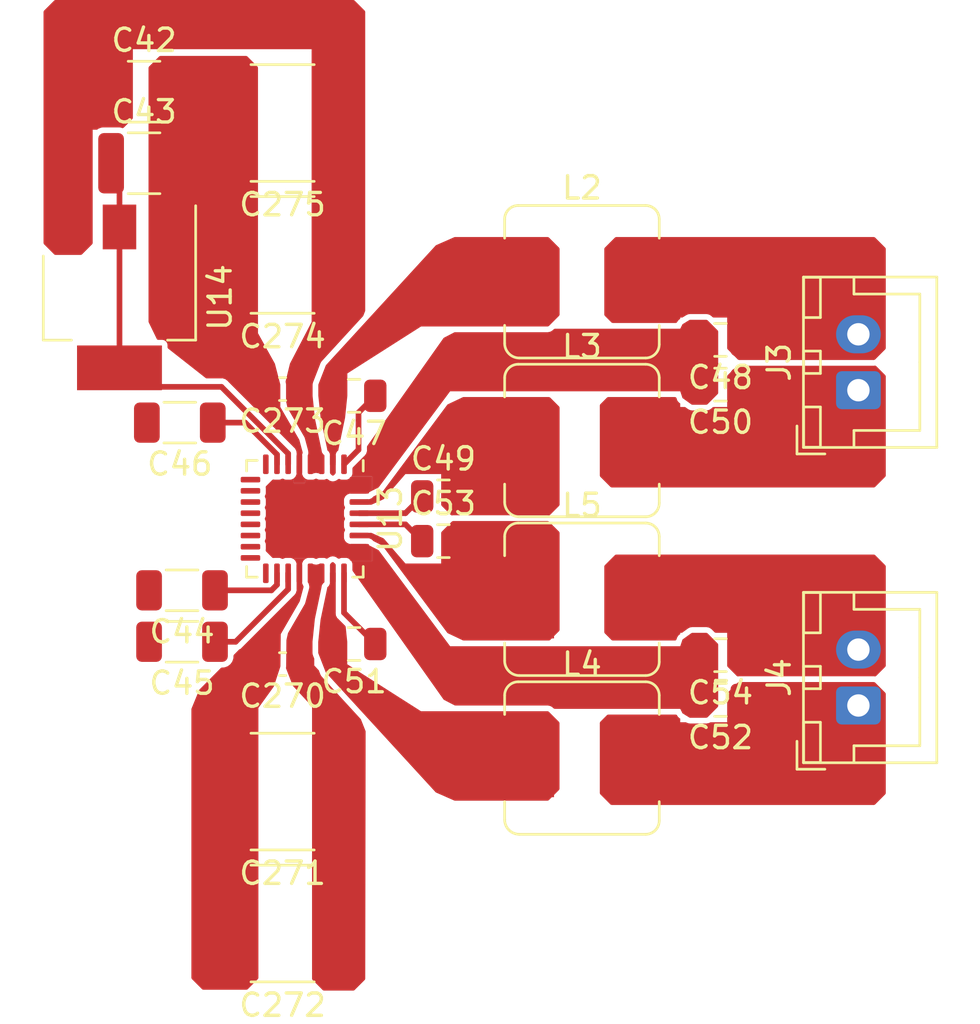
<source format=kicad_pcb>
(kicad_pcb (version 20221018) (generator pcbnew)
  (layers (0 "F.Cu" signal) (31 "B.Cu" signal) (34 "B.Paste" user) (35 "F.Paste" user) (36 "B.SilkS" user "B.Silkscreen") (37 "F.SilkS" user "F.Silkscreen") (38 "B.Mask" user) (39 "F.Mask" user) (44 "Edge.Cuts" user))
  (net 0 "")
  (net 1 "/VIN")
  (net 2 "GND")
  (net 3 "Net-(U13-DVDD)")
  (net 4 "Net-(U13-GVDD)")
  (net 5 "Net-(U13-AVDD)")
  (net 6 "Net-(U13-VR_DIG)")
  (net 7 "Net-(U13-BST_A+)")
  (net 8 "Net-(U13-OUT_A+)")
  (net 9 "Net-(J3-Pin_2)")
  (net 10 "Net-(U13-BST_A-)")
  (net 11 "Net-(U13-OUT_A-)")
  (net 12 "Net-(J3-Pin_1)")
  (net 13 "Net-(U13-BST_B+)")
  (net 14 "Net-(U13-OUT_B+)")
  (net 15 "Net-(J4-Pin_1)")
  (net 16 "Net-(U13-BST_B-)")
  (net 17 "Net-(U13-OUT_B-)")
  (net 18 "Net-(J4-Pin_2)")
  (net 22 "/LRCLK")
  (net 23 "/SCLK")
  (net 24 "/SDIN")
  (net 25 "/SDA")
  (net 26 "/SCL")
  (net 27 "/STDN")
  (footprint "Capacitor_SMD:C_1210_3225Metric" (layer "F.Cu") (at 130.325 84.45)
    (fp_text reference "C42" (at 0 -2.3 -360) (layer "F.SilkS"))
    (fp_text value "10u")
    (fp_line (start -0.711252 -1.36) (end 0.711252 -1.36) (stroke (width 0.12)) (layer "F.SilkS"))
    (fp_line (start -0.711252 1.36) (end 0.711252 1.36) (stroke (width 0.12)) (layer "F.SilkS"))
    (pad "1" smd roundrect (at -1.475 0) (size 1.15 2.7) (layers "F.Cu" "F.Paste" "F.Mask") (roundrect_rratio 0.217391) (net 1 "/VIN"))
    (pad "2" smd roundrect (at 1.475 0) (size 1.15 2.7) (layers "F.Cu" "F.Paste" "F.Mask") (roundrect_rratio 0.217391) (net 2 "GND"))
  )
  (footprint "Capacitor_SMD:C_0805_2012Metric" (layer "F.Cu") (at 143.725 102.55)
    (fp_text reference "C49" (at 0 -1.68 -360) (layer "F.SilkS"))
    (fp_text value "0.47u")
    (fp_line (start -0.261252 -0.735) (end 0.261252 -0.735) (stroke (width 0.12)) (layer "F.SilkS"))
    (fp_line (start -0.261252 0.735) (end 0.261252 0.735) (stroke (width 0.12)) (layer "F.SilkS"))
    (pad "1" smd roundrect (at -0.95 0) (size 1 1.45) (layers "F.Cu" "F.Paste" "F.Mask") (net 10 "Net-(U13-BST_A-)"))
    (pad "2" smd roundrect (at 0.95 0) (size 1 1.45) (layers "F.Cu" "F.Paste" "F.Mask") (net 11 "Net-(U13-OUT_A-)"))
  )
  (footprint "Package_TO_SOT_SMD:SOT-223-3_TabPin2" (layer "F.Cu") (at 129.225 93.65 -90)
    (fp_text reference "U14" (at 0 -4.5 -270) (layer "F.SilkS"))
    (fp_text value "AMS1117-3.3")
    (fp_line (start -4.1 -3.41) (end 1.91 -3.41) (stroke (width 0.12)) (layer "F.SilkS"))
    (fp_line (start -1.85 3.41) (end 1.91 3.41) (stroke (width 0.12)) (layer "F.SilkS"))
    (fp_line (start 1.91 -3.41) (end 1.91 -2.15) (stroke (width 0.12)) (layer "F.SilkS"))
    (fp_line (start 1.91 3.41) (end 1.91 2.15) (stroke (width 0.12)) (layer "F.SilkS"))
    (pad "1" smd rect (at -3.15 -2.3 270) (size 2 1.5) (layers "F.Cu" "F.Paste" "F.Mask") (net 2 "GND"))
    (pad "2" smd rect (at -3.15 0 270) (size 2 1.5) (layers "F.Cu" "F.Paste" "F.Mask") (net 3 "Net-(U13-DVDD)"))
    (pad "2" smd rect (at 3.15 0 270) (size 2 3.8) (layers "F.Cu" "F.Paste" "F.Mask") (net 3 "Net-(U13-DVDD)"))
    (pad "3" smd rect (at -3.15 2.3 270) (size 2 1.5) (layers "F.Cu" "F.Paste" "F.Mask") (net 1 "/VIN"))
  )
  (footprint "Capacitor_SMD:C_0805_2012Metric" (layer "F.Cu") (at 156.125 95.55 180)
    (fp_text reference "C48" (at 0 -1.68 -360) (layer "F.SilkS"))
    (fp_text value "0.68u")
    (fp_line (start -0.261252 -0.735) (end 0.261252 -0.735) (stroke (width 0.12)) (layer "F.SilkS"))
    (fp_line (start -0.261252 0.735) (end 0.261252 0.735) (stroke (width 0.12)) (layer "F.SilkS"))
    (pad "1" smd roundrect (at -0.95 0 180) (size 1 1.45) (layers "F.Cu" "F.Paste" "F.Mask") (net 9 "Net-(J3-Pin_2)"))
    (pad "2" smd roundrect (at 0.95 0 180) (size 1 1.45) (layers "F.Cu" "F.Paste" "F.Mask") (net 2 "GND"))
  )
  (footprint "Connector_JST:JST_XH_B2B-XH-A_1x02_P2.50mm_Vertical" (layer "F.Cu") (at 162.3 97.8 90)
    (fp_text reference "J3" (at 1.25 -3.55 -270) (layer "F.SilkS"))
    (fp_text value "SPK1")
    (fp_line (start -2.85 -2.75) (end -2.85 -1.5) (stroke (width 0.12)) (layer "F.SilkS"))
    (fp_line (start -2.56 -2.46) (end -2.56 3.51) (stroke (width 0.12)) (layer "F.SilkS"))
    (fp_line (start -2.56 3.51) (end 5.06 3.51) (stroke (width 0.12)) (layer "F.SilkS"))
    (fp_line (start -2.55 -2.45) (end -2.55 -1.7) (stroke (width 0.12)) (layer "F.SilkS"))
    (fp_line (start -2.55 -1.7) (end -0.75 -1.7) (stroke (width 0.12)) (layer "F.SilkS"))
    (fp_line (start -2.55 -0.2) (end -1.8 -0.2) (stroke (width 0.12)) (layer "F.SilkS"))
    (fp_line (start -1.8 -0.2) (end -1.8 2.75) (stroke (width 0.12)) (layer "F.SilkS"))
    (fp_line (start -1.8 2.75) (end 1.25 2.75) (stroke (width 0.12)) (layer "F.SilkS"))
    (fp_line (start -1.6 -2.75) (end -2.85 -2.75) (stroke (width 0.12)) (layer "F.SilkS"))
    (fp_line (start -0.75 -2.45) (end -2.55 -2.45) (stroke (width 0.12)) (layer "F.SilkS"))
    (fp_line (start -0.75 -1.7) (end -0.75 -2.45) (stroke (width 0.12)) (layer "F.SilkS"))
    (fp_line (start 0.75 -2.45) (end 0.75 -1.7) (stroke (width 0.12)) (layer "F.SilkS"))
    (fp_line (start 0.75 -1.7) (end 1.75 -1.7) (stroke (width 0.12)) (layer "F.SilkS"))
    (fp_line (start 1.75 -2.45) (end 0.75 -2.45) (stroke (width 0.12)) (layer "F.SilkS"))
    (fp_line (start 1.75 -1.7) (end 1.75 -2.45) (stroke (width 0.12)) (layer "F.SilkS"))
    (fp_line (start 3.25 -2.45) (end 3.25 -1.7) (stroke (width 0.12)) (layer "F.SilkS"))
    (fp_line (start 3.25 -1.7) (end 5.05 -1.7) (stroke (width 0.12)) (layer "F.SilkS"))
    (fp_line (start 4.3 -0.2) (end 4.3 2.75) (stroke (width 0.12)) (layer "F.SilkS"))
    (fp_line (start 4.3 2.75) (end 1.25 2.75) (stroke (width 0.12)) (layer "F.SilkS"))
    (fp_line (start 5.05 -2.45) (end 3.25 -2.45) (stroke (width 0.12)) (layer "F.SilkS"))
    (fp_line (start 5.05 -1.7) (end 5.05 -2.45) (stroke (width 0.12)) (layer "F.SilkS"))
    (fp_line (start 5.05 -0.2) (end 4.3 -0.2) (stroke (width 0.12)) (layer "F.SilkS"))
    (fp_line (start 5.06 -2.46) (end -2.56 -2.46) (stroke (width 0.12)) (layer "F.SilkS"))
    (fp_line (start 5.06 3.51) (end 5.06 -2.46) (stroke (width 0.12)) (layer "F.SilkS"))
    (pad "1" thru_hole roundrect (at 0 0 90) (size 1.7 2) (drill 1) (layers "*.Cu" "*.Mask") (roundrect_rratio 0.147059) (net 12 "Net-(J3-Pin_1)"))
    (pad "2" thru_hole oval (at 2.5 0 90) (size 1.7 2) (drill 1) (layers "*.Cu" "*.Mask") (net 9 "Net-(J3-Pin_2)"))
  )
  (footprint "Capacitor_SMD:C_1206_3216Metric" (layer "F.Cu") (at 132.025 106.75 180)
    (fp_text reference "C44" (at 0 -1.85 -360) (layer "F.SilkS"))
    (fp_text value "1uf")
    (fp_line (start -0.711252 -0.91) (end 0.711252 -0.91) (stroke (width 0.12)) (layer "F.SilkS"))
    (fp_line (start -0.711252 0.91) (end 0.711252 0.91) (stroke (width 0.12)) (layer "F.SilkS"))
    (pad "1" smd roundrect (at -1.475 0 180) (size 1.15 1.8) (layers "F.Cu" "F.Paste" "F.Mask") (roundrect_rratio 0.217391) (net 4 "Net-(U13-GVDD)"))
    (pad "2" smd roundrect (at 1.475 0 180) (size 1.15 1.8) (layers "F.Cu" "F.Paste" "F.Mask") (roundrect_rratio 0.217391) (net 2 "GND"))
  )
  (footprint "Capacitor_SMD:C_2220_5650Metric" (layer "F.Cu") (at 136.525 91.75 180)
    (fp_text reference "C274" (at 0 -3.65 -360) (layer "F.SilkS"))
    (fp_text value "22u")
    (fp_line (start -1.415748 -2.61) (end 1.415748 -2.61) (stroke (width 0.12)) (layer "F.SilkS"))
    (fp_line (start -1.415748 2.61) (end 1.415748 2.61) (stroke (width 0.12)) (layer "F.SilkS"))
    (pad "1" smd roundrect (at -2.55 0 180) (size 1.8 5.4) (layers "F.Cu" "F.Paste" "F.Mask") (roundrect_rratio 0.138889) (net 1 "/VIN"))
    (pad "2" smd roundrect (at 2.55 0 180) (size 1.8 5.4) (layers "F.Cu" "F.Paste" "F.Mask") (roundrect_rratio 0.138889) (net 2 "GND"))
  )
  (footprint "Capacitor_SMD:C_2220_5650Metric" (layer "F.Cu") (at 136.525 115.75 180)
    (fp_text reference "C271" (at 0 -3.65 -360) (layer "F.SilkS"))
    (fp_text value "22u")
    (fp_line (start -1.415748 -2.61) (end 1.415748 -2.61) (stroke (width 0.12)) (layer "F.SilkS"))
    (fp_line (start -1.415748 2.61) (end 1.415748 2.61) (stroke (width 0.12)) (layer "F.SilkS"))
    (pad "1" smd roundrect (at -2.55 0 180) (size 1.8 5.4) (layers "F.Cu" "F.Paste" "F.Mask") (roundrect_rratio 0.138889) (net 1 "/VIN"))
    (pad "2" smd roundrect (at 2.55 0 180) (size 1.8 5.4) (layers "F.Cu" "F.Paste" "F.Mask") (roundrect_rratio 0.138889) (net 2 "GND"))
  )
  (footprint "Capacitor_SMD:C_2220_5650Metric" (layer "F.Cu") (at 136.525 121.65 180)
    (fp_text reference "C272" (at 0 -3.65 -360) (layer "F.SilkS"))
    (fp_text value "22u")
    (fp_line (start -1.415748 -2.61) (end 1.415748 -2.61) (stroke (width 0.12)) (layer "F.SilkS"))
    (fp_line (start -1.415748 2.61) (end 1.415748 2.61) (stroke (width 0.12)) (layer "F.SilkS"))
    (pad "1" smd roundrect (at -2.55 0 180) (size 1.8 5.4) (layers "F.Cu" "F.Paste" "F.Mask") (roundrect_rratio 0.138889) (net 1 "/VIN"))
    (pad "2" smd roundrect (at 2.55 0 180) (size 1.8 5.4) (layers "F.Cu" "F.Paste" "F.Mask") (roundrect_rratio 0.138889) (net 2 "GND"))
  )
  (footprint "Capacitor_SMD:C_0805_2012Metric" (layer "F.Cu") (at 156.125 109.65 180)
    (fp_text reference "C54" (at 0 -1.68 -360) (layer "F.SilkS"))
    (fp_text value "0.68u")
    (fp_line (start -0.261252 -0.735) (end 0.261252 -0.735) (stroke (width 0.12)) (layer "F.SilkS"))
    (fp_line (start -0.261252 0.735) (end 0.261252 0.735) (stroke (width 0.12)) (layer "F.SilkS"))
    (pad "1" smd roundrect (at -0.95 0 180) (size 1 1.45) (layers "F.Cu" "F.Paste" "F.Mask") (net 18 "Net-(J4-Pin_2)"))
    (pad "2" smd roundrect (at 0.95 0 180) (size 1 1.45) (layers "F.Cu" "F.Paste" "F.Mask") (net 2 "GND"))
  )
  (footprint "Inductor_SMD:L_Bourns_SRP7028A_7.3x6.6mm" (layer "F.Cu") (at 149.925 92.95)
    (fp_text reference "L2" (at 0 -4.2 -360) (layer "F.SilkS"))
    (fp_text value "10u")
    (fp_line (start -3.46 -1.95) (end -3.46 -2.8) (stroke (width 0.12)) (layer "F.SilkS"))
    (fp_line (start -3.46 2.75) (end -3.46 1.95) (stroke (width 0.12)) (layer "F.SilkS"))
    (fp_line (start -2.85 -3.41) (end 2.85 -3.41) (stroke (width 0.12)) (layer "F.SilkS"))
    (fp_line (start 2.85 3.41) (end -2.8 3.41) (stroke (width 0.12)) (layer "F.SilkS"))
    (fp_line (start 3.46 -2.8) (end 3.46 -1.95) (stroke (width 0.12)) (layer "F.SilkS"))
    (fp_line (start 3.46 1.95) (end 3.46 2.8) (stroke (width 0.12)) (layer "F.SilkS"))
    (fp_arc (start -3.46 -2.8) (mid -3.281335 -3.231335) (end -2.85 -3.41) (stroke (width 0.12)) (layer "F.SilkS"))
    (fp_arc (start -2.8 3.41) (mid -3.26669 3.21669) (end -3.46 2.75) (stroke (width 0.12)) (layer "F.SilkS"))
    (fp_arc (start 2.85 -3.41) (mid 3.281335 -3.231335) (end 3.46 -2.8) (stroke (width 0.12)) (layer "F.SilkS"))
    (fp_arc (start 3.46 2.8) (mid 3.281335 3.231335) (end 2.85 3.41) (stroke (width 0.12)) (layer "F.SilkS"))
    (pad "1" smd rect (at -2.725 0) (size 2.95 3.5) (layers "F.Cu" "F.Paste" "F.Mask") (net 8 "Net-(U13-OUT_A+)"))
    (pad "2" smd rect (at 2.725 0) (size 2.95 3.5) (layers "F.Cu" "F.Paste" "F.Mask") (net 9 "Net-(J3-Pin_2)"))
  )
  (footprint "Connector_JST:JST_XH_B2B-XH-A_1x02_P2.50mm_Vertical" (layer "F.Cu") (at 162.3 111.9 90)
    (fp_text reference "J4" (at 1.25 -3.55 -270) (layer "F.SilkS"))
    (fp_text value "SPK2")
    (fp_line (start -2.85 -2.75) (end -2.85 -1.5) (stroke (width 0.12)) (layer "F.SilkS"))
    (fp_line (start -2.56 -2.46) (end -2.56 3.51) (stroke (width 0.12)) (layer "F.SilkS"))
    (fp_line (start -2.56 3.51) (end 5.06 3.51) (stroke (width 0.12)) (layer "F.SilkS"))
    (fp_line (start -2.55 -2.45) (end -2.55 -1.7) (stroke (width 0.12)) (layer "F.SilkS"))
    (fp_line (start -2.55 -1.7) (end -0.75 -1.7) (stroke (width 0.12)) (layer "F.SilkS"))
    (fp_line (start -2.55 -0.2) (end -1.8 -0.2) (stroke (width 0.12)) (layer "F.SilkS"))
    (fp_line (start -1.8 -0.2) (end -1.8 2.75) (stroke (width 0.12)) (layer "F.SilkS"))
    (fp_line (start -1.8 2.75) (end 1.25 2.75) (stroke (width 0.12)) (layer "F.SilkS"))
    (fp_line (start -1.6 -2.75) (end -2.85 -2.75) (stroke (width 0.12)) (layer "F.SilkS"))
    (fp_line (start -0.75 -2.45) (end -2.55 -2.45) (stroke (width 0.12)) (layer "F.SilkS"))
    (fp_line (start -0.75 -1.7) (end -0.75 -2.45) (stroke (width 0.12)) (layer "F.SilkS"))
    (fp_line (start 0.75 -2.45) (end 0.75 -1.7) (stroke (width 0.12)) (layer "F.SilkS"))
    (fp_line (start 0.75 -1.7) (end 1.75 -1.7) (stroke (width 0.12)) (layer "F.SilkS"))
    (fp_line (start 1.75 -2.45) (end 0.75 -2.45) (stroke (width 0.12)) (layer "F.SilkS"))
    (fp_line (start 1.75 -1.7) (end 1.75 -2.45) (stroke (width 0.12)) (layer "F.SilkS"))
    (fp_line (start 3.25 -2.45) (end 3.25 -1.7) (stroke (width 0.12)) (layer "F.SilkS"))
    (fp_line (start 3.25 -1.7) (end 5.05 -1.7) (stroke (width 0.12)) (layer "F.SilkS"))
    (fp_line (start 4.3 -0.2) (end 4.3 2.75) (stroke (width 0.12)) (layer "F.SilkS"))
    (fp_line (start 4.3 2.75) (end 1.25 2.75) (stroke (width 0.12)) (layer "F.SilkS"))
    (fp_line (start 5.05 -2.45) (end 3.25 -2.45) (stroke (width 0.12)) (layer "F.SilkS"))
    (fp_line (start 5.05 -1.7) (end 5.05 -2.45) (stroke (width 0.12)) (layer "F.SilkS"))
    (fp_line (start 5.05 -0.2) (end 4.3 -0.2) (stroke (width 0.12)) (layer "F.SilkS"))
    (fp_line (start 5.06 -2.46) (end -2.56 -2.46) (stroke (width 0.12)) (layer "F.SilkS"))
    (fp_line (start 5.06 3.51) (end 5.06 -2.46) (stroke (width 0.12)) (layer "F.SilkS"))
    (pad "1" thru_hole roundrect (at 0 0 90) (size 1.7 2) (drill 1) (layers "*.Cu" "*.Mask") (roundrect_rratio 0.147059) (net 15 "Net-(J4-Pin_1)"))
    (pad "2" thru_hole oval (at 2.5 0 90) (size 1.7 2) (drill 1) (layers "*.Cu" "*.Mask") (net 18 "Net-(J4-Pin_2)"))
  )
  (footprint "Inductor_SMD:L_Bourns_SRP7028A_7.3x6.6mm" (layer "F.Cu") (at 149.925 107.15)
    (fp_text reference "L5" (at 0 -4.2 -360) (layer "F.SilkS"))
    (fp_text value "10u")
    (fp_line (start -3.46 -1.95) (end -3.46 -2.8) (stroke (width 0.12)) (layer "F.SilkS"))
    (fp_line (start -3.46 2.75) (end -3.46 1.95) (stroke (width 0.12)) (layer "F.SilkS"))
    (fp_line (start -2.85 -3.41) (end 2.85 -3.41) (stroke (width 0.12)) (layer "F.SilkS"))
    (fp_line (start 2.85 3.41) (end -2.8 3.41) (stroke (width 0.12)) (layer "F.SilkS"))
    (fp_line (start 3.46 -2.8) (end 3.46 -1.95) (stroke (width 0.12)) (layer "F.SilkS"))
    (fp_line (start 3.46 1.95) (end 3.46 2.8) (stroke (width 0.12)) (layer "F.SilkS"))
    (fp_arc (start -3.46 -2.8) (mid -3.281335 -3.231335) (end -2.85 -3.41) (stroke (width 0.12)) (layer "F.SilkS"))
    (fp_arc (start -2.8 3.41) (mid -3.26669 3.21669) (end -3.46 2.75) (stroke (width 0.12)) (layer "F.SilkS"))
    (fp_arc (start 2.85 -3.41) (mid 3.281335 -3.231335) (end 3.46 -2.8) (stroke (width 0.12)) (layer "F.SilkS"))
    (fp_arc (start 3.46 2.8) (mid 3.281335 3.231335) (end 2.85 3.41) (stroke (width 0.12)) (layer "F.SilkS"))
    (pad "1" smd rect (at -2.725 0) (size 2.95 3.5) (layers "F.Cu" "F.Paste" "F.Mask") (net 17 "Net-(U13-OUT_B-)"))
    (pad "2" smd rect (at 2.725 0) (size 2.95 3.5) (layers "F.Cu" "F.Paste" "F.Mask") (net 18 "Net-(J4-Pin_2)"))
  )
  (footprint "Capacitor_SMD:C_0805_2012Metric" (layer "F.Cu") (at 143.725 104.55)
    (fp_text reference "C53" (at 0 -1.68 -360) (layer "F.SilkS"))
    (fp_text value "0.47u")
    (fp_line (start -0.261252 -0.735) (end 0.261252 -0.735) (stroke (width 0.12)) (layer "F.SilkS"))
    (fp_line (start -0.261252 0.735) (end 0.261252 0.735) (stroke (width 0.12)) (layer "F.SilkS"))
    (pad "1" smd roundrect (at -0.95 0) (size 1 1.45) (layers "F.Cu" "F.Paste" "F.Mask") (net 16 "Net-(U13-BST_B-)"))
    (pad "2" smd roundrect (at 0.95 0) (size 1 1.45) (layers "F.Cu" "F.Paste" "F.Mask") (net 17 "Net-(U13-OUT_B-)"))
  )
  (footprint "Capacitor_SMD:C_0805_2012Metric" (layer "F.Cu") (at 156.125 97.55 180)
    (fp_text reference "C50" (at 0 -1.68 -360) (layer "F.SilkS"))
    (fp_text value "0.68u")
    (fp_line (start -0.261252 -0.735) (end 0.261252 -0.735) (stroke (width 0.12)) (layer "F.SilkS"))
    (fp_line (start -0.261252 0.735) (end 0.261252 0.735) (stroke (width 0.12)) (layer "F.SilkS"))
    (pad "1" smd roundrect (at -0.95 0 180) (size 1 1.45) (layers "F.Cu" "F.Paste" "F.Mask") (net 12 "Net-(J3-Pin_1)"))
    (pad "2" smd roundrect (at 0.95 0 180) (size 1 1.45) (layers "F.Cu" "F.Paste" "F.Mask") (net 2 "GND"))
  )
  (footprint "Capacitor_SMD:C_0805_2012Metric" (layer "F.Cu") (at 156.125 111.65 180)
    (fp_text reference "C52" (at 0 -1.68 -360) (layer "F.SilkS"))
    (fp_text value "0.68u")
    (fp_line (start -0.261252 -0.735) (end 0.261252 -0.735) (stroke (width 0.12)) (layer "F.SilkS"))
    (fp_line (start -0.261252 0.735) (end 0.261252 0.735) (stroke (width 0.12)) (layer "F.SilkS"))
    (pad "1" smd roundrect (at -0.95 0 180) (size 1 1.45) (layers "F.Cu" "F.Paste" "F.Mask") (net 15 "Net-(J4-Pin_1)"))
    (pad "2" smd roundrect (at 0.95 0 180) (size 1 1.45) (layers "F.Cu" "F.Paste" "F.Mask") (net 2 "GND"))
  )
  (footprint "Capacitor_SMD:C_0805_2012Metric" (layer "F.Cu") (at 139.725 98.05 180)
    (fp_text reference "C47" (at 0 -1.68 -360) (layer "F.SilkS"))
    (fp_text value "0.47u")
    (fp_line (start -0.261252 -0.735) (end 0.261252 -0.735) (stroke (width 0.12)) (layer "F.SilkS"))
    (fp_line (start -0.261252 0.735) (end 0.261252 0.735) (stroke (width 0.12)) (layer "F.SilkS"))
    (pad "1" smd roundrect (at -0.95 0 180) (size 1 1.45) (layers "F.Cu" "F.Paste" "F.Mask") (net 7 "Net-(U13-BST_A+)"))
    (pad "2" smd roundrect (at 0.95 0 180) (size 1 1.45) (layers "F.Cu" "F.Paste" "F.Mask") (net 8 "Net-(U13-OUT_A+)"))
  )
  (footprint "Capacitor_SMD:C_0603_1608Metric" (layer "F.Cu") (at 136.525 97.75 180)
    (fp_text reference "C273" (at 0 -1.43 -360) (layer "F.SilkS"))
    (fp_text value "0.1u")
    (fp_line (start -0.14058 -0.51) (end 0.14058 -0.51) (stroke (width 0.12)) (layer "F.SilkS"))
    (fp_line (start -0.14058 0.51) (end 0.14058 0.51) (stroke (width 0.12)) (layer "F.SilkS"))
    (pad "1" smd roundrect (at -0.775 0 180) (size 0.9 0.95) (layers "F.Cu" "F.Paste" "F.Mask") (net 1 "/VIN"))
    (pad "2" smd roundrect (at 0.775 0 180) (size 0.9 0.95) (layers "F.Cu" "F.Paste" "F.Mask") (net 2 "GND"))
  )
  (footprint "Inductor_SMD:L_Bourns_SRP7028A_7.3x6.6mm" (layer "F.Cu") (at 149.925 114.25)
    (fp_text reference "L4" (at 0 -4.2 -360) (layer "F.SilkS"))
    (fp_text value "10u")
    (fp_line (start -3.46 -1.95) (end -3.46 -2.8) (stroke (width 0.12)) (layer "F.SilkS"))
    (fp_line (start -3.46 2.75) (end -3.46 1.95) (stroke (width 0.12)) (layer "F.SilkS"))
    (fp_line (start -2.85 -3.41) (end 2.85 -3.41) (stroke (width 0.12)) (layer "F.SilkS"))
    (fp_line (start 2.85 3.41) (end -2.8 3.41) (stroke (width 0.12)) (layer "F.SilkS"))
    (fp_line (start 3.46 -2.8) (end 3.46 -1.95) (stroke (width 0.12)) (layer "F.SilkS"))
    (fp_line (start 3.46 1.95) (end 3.46 2.8) (stroke (width 0.12)) (layer "F.SilkS"))
    (fp_arc (start -3.46 -2.8) (mid -3.281335 -3.231335) (end -2.85 -3.41) (stroke (width 0.12)) (layer "F.SilkS"))
    (fp_arc (start -2.8 3.41) (mid -3.26669 3.21669) (end -3.46 2.75) (stroke (width 0.12)) (layer "F.SilkS"))
    (fp_arc (start 2.85 -3.41) (mid 3.281335 -3.231335) (end 3.46 -2.8) (stroke (width 0.12)) (layer "F.SilkS"))
    (fp_arc (start 3.46 2.8) (mid 3.281335 3.231335) (end 2.85 3.41) (stroke (width 0.12)) (layer "F.SilkS"))
    (pad "1" smd rect (at -2.725 0) (size 2.95 3.5) (layers "F.Cu" "F.Paste" "F.Mask") (net 14 "Net-(U13-OUT_B+)"))
    (pad "2" smd rect (at 2.725 0) (size 2.95 3.5) (layers "F.Cu" "F.Paste" "F.Mask") (net 15 "Net-(J4-Pin_1)"))
  )
  (footprint "Capacitor_SMD:C_0805_2012Metric" (layer "F.Cu") (at 139.725 109.15 180)
    (fp_text reference "C51" (at 0 -1.68 -360) (layer "F.SilkS"))
    (fp_text value "0.47u")
    (fp_line (start -0.261252 -0.735) (end 0.261252 -0.735) (stroke (width 0.12)) (layer "F.SilkS"))
    (fp_line (start -0.261252 0.735) (end 0.261252 0.735) (stroke (width 0.12)) (layer "F.SilkS"))
    (pad "1" smd roundrect (at -0.95 0 180) (size 1 1.45) (layers "F.Cu" "F.Paste" "F.Mask") (net 13 "Net-(U13-BST_B+)"))
    (pad "2" smd roundrect (at 0.95 0 180) (size 1 1.45) (layers "F.Cu" "F.Paste" "F.Mask") (net 14 "Net-(U13-OUT_B+)"))
  )
  (footprint "Package_DFN_QFN:VQFN-32-1EP_5x5mm_P0.5mm_EP3.1x3.1mm" (layer "F.Cu") (at 137.525 103.55 -90)
    (fp_text reference "U13" (at 0 -3.82 -270) (layer "F.SilkS"))
    (fp_text value "TAS5825MRHB")
    (fp_line (start -2.61 2.61) (end -2.61 2.135) (stroke (width 0.12)) (layer "F.SilkS"))
    (fp_line (start -2.135 -2.61) (end -2.61 -2.61) (stroke (width 0.12)) (layer "F.SilkS"))
    (fp_line (start -2.135 2.61) (end -2.61 2.61) (stroke (width 0.12)) (layer "F.SilkS"))
    (fp_line (start 2.135 -2.61) (end 2.61 -2.61) (stroke (width 0.12)) (layer "F.SilkS"))
    (fp_line (start 2.135 2.61) (end 2.61 2.61) (stroke (width 0.12)) (layer "F.SilkS"))
    (fp_line (start 2.61 -2.61) (end 2.61 -2.135) (stroke (width 0.12)) (layer "F.SilkS"))
    (fp_line (start 2.61 2.61) (end 2.61 2.135) (stroke (width 0.12)) (layer "F.SilkS"))
    (pad "1" smd roundrect (at -2.4375 -1.75 270) (size 0.875 0.25) (layers "F.Cu" "F.Paste" "F.Mask") (net 7 "Net-(U13-BST_A+)"))
    (pad "2" smd roundrect (at -2.4375 -1.25 270) (size 0.875 0.25) (layers "F.Cu" "F.Paste" "F.Mask") (net 8 "Net-(U13-OUT_A+)"))
    (pad "3" smd roundrect (at -2.4375 -0.75 270) (size 0.875 0.25) (layers "F.Cu" "F.Paste" "F.Mask") (net 1 "/VIN"))
    (pad "4" smd roundrect (at -2.4375 -0.25 270) (size 0.875 0.25) (layers "F.Cu" "F.Paste" "F.Mask") (net 1 "/VIN"))
    (pad "5" smd roundrect (at -2.4375 0.25 270) (size 0.875 0.25) (layers "F.Cu" "F.Paste" "F.Mask") (net 2 "GND"))
    (pad "6" smd roundrect (at -2.4375 0.75 270) (size 0.875 0.25) (layers "F.Cu" "F.Paste" "F.Mask") (net 3 "Net-(U13-DVDD)"))
    (pad "7" smd roundrect (at -2.4375 1.25 270) (size 0.875 0.25) (layers "F.Cu" "F.Paste" "F.Mask") (net 6 "Net-(U13-VR_DIG)"))
    (pad "8" smd roundrect (at -2.4375 1.75 270) (size 0.875 0.25) (layers "F.Cu" "F.Paste" "F.Mask") (net 2 "GND"))
    (pad "9" smd roundrect (at -1.75 2.4375 270) (size 0.25 0.875) (layers "F.Cu" "F.Paste" "F.Mask"))
    (pad "10" smd roundrect (at -1.25 2.4375 270) (size 0.25 0.875) (layers "F.Cu" "F.Paste" "F.Mask"))
    (pad "11" smd roundrect (at -0.75 2.4375 270) (size 0.25 0.875) (layers "F.Cu" "F.Paste" "F.Mask"))
    (pad "12" smd roundrect (at -0.25 2.4375 270) (size 0.25 0.875) (layers "F.Cu" "F.Paste" "F.Mask") (net 22 "/LRCLK"))
    (pad "13" smd roundrect (at 0.25 2.4375 270) (size 0.25 0.875) (layers "F.Cu" "F.Paste" "F.Mask") (net 23 "/SCLK"))
    (pad "14" smd roundrect (at 0.75 2.4375 270) (size 0.25 0.875) (layers "F.Cu" "F.Paste" "F.Mask") (net 24 "/SDIN"))
    (pad "15" smd roundrect (at 1.25 2.4375 270) (size 0.25 0.875) (layers "F.Cu" "F.Paste" "F.Mask") (net 25 "/SDA"))
    (pad "16" smd roundrect (at 1.75 2.4375 270) (size 0.25 0.875) (layers "F.Cu" "F.Paste" "F.Mask") (net 26 "/SCL"))
    (pad "17" smd roundrect (at 2.4375 1.75 270) (size 0.875 0.25) (layers "F.Cu" "F.Paste" "F.Mask") (net 27 "/STDN"))
    (pad "18" smd roundrect (at 2.4375 1.25 270) (size 0.875 0.25) (layers "F.Cu" "F.Paste" "F.Mask") (net 4 "Net-(U13-GVDD)"))
    (pad "19" smd roundrect (at 2.4375 0.75 270) (size 0.875 0.25) (layers "F.Cu" "F.Paste" "F.Mask") (net 5 "Net-(U13-AVDD)"))
    (pad "20" smd roundrect (at 2.4375 0.25 270) (size 0.875 0.25) (layers "F.Cu" "F.Paste" "F.Mask") (net 2 "GND"))
    (pad "21" smd roundrect (at 2.4375 -0.25 270) (size 0.875 0.25) (layers "F.Cu" "F.Paste" "F.Mask") (net 1 "/VIN"))
    (pad "22" smd roundrect (at 2.4375 -0.75 270) (size 0.875 0.25) (layers "F.Cu" "F.Paste" "F.Mask") (net 1 "/VIN"))
    (pad "23" smd roundrect (at 2.4375 -1.25 270) (size 0.875 0.25) (layers "F.Cu" "F.Paste" "F.Mask") (net 14 "Net-(U13-OUT_B+)"))
    (pad "24" smd roundrect (at 2.4375 -1.75 270) (size 0.875 0.25) (layers "F.Cu" "F.Paste" "F.Mask") (net 13 "Net-(U13-BST_B+)"))
    (pad "25" smd roundrect (at 1.75 -2.4375 270) (size 0.25 0.875) (layers "F.Cu" "F.Paste" "F.Mask") (net 2 "GND"))
    (pad "26" smd roundrect (at 1.25 -2.4375 270) (size 0.25 0.875) (layers "F.Cu" "F.Paste" "F.Mask") (net 2 "GND"))
    (pad "27" smd roundrect (at 0.75 -2.4375 270) (size 0.25 0.875) (layers "F.Cu" "F.Paste" "F.Mask") (net 17 "Net-(U13-OUT_B-)"))
    (pad "28" smd roundrect (at 0.25 -2.4375 270) (size 0.25 0.875) (layers "F.Cu" "F.Paste" "F.Mask") (net 16 "Net-(U13-BST_B-)"))
    (pad "29" smd roundrect (at -0.25 -2.4375 270) (size 0.25 0.875) (layers "F.Cu" "F.Paste" "F.Mask") (net 10 "Net-(U13-BST_A-)"))
    (pad "30" smd roundrect (at -0.75 -2.4375 270) (size 0.25 0.875) (layers "F.Cu" "F.Paste" "F.Mask") (net 11 "Net-(U13-OUT_A-)"))
    (pad "31" smd roundrect (at -1.25 -2.4375 270) (size 0.25 0.875) (layers "F.Cu" "F.Paste" "F.Mask") (net 2 "GND"))
    (pad "32" smd roundrect (at -1.75 -2.4375 270) (size 0.25 0.875) (layers "F.Cu" "F.Paste" "F.Mask") (net 2 "GND"))
    (pad "33" smd rect (at 0 0 270) (size 3.1 3.1) (layers "F.Cu" "F.Mask") (net 2 "GND"))
  )
  (footprint "Capacitor_SMD:C_1206_3216Metric" (layer "F.Cu") (at 131.925 99.25 180)
    (fp_text reference "C46" (at 0 -1.85 -360) (layer "F.SilkS"))
    (fp_text value "1uf")
    (fp_line (start -0.711252 -0.91) (end 0.711252 -0.91) (stroke (width 0.12)) (layer "F.SilkS"))
    (fp_line (start -0.711252 0.91) (end 0.711252 0.91) (stroke (width 0.12)) (layer "F.SilkS"))
    (pad "1" smd roundrect (at -1.475 0 180) (size 1.15 1.8) (layers "F.Cu" "F.Paste" "F.Mask") (roundrect_rratio 0.217391) (net 6 "Net-(U13-VR_DIG)"))
    (pad "2" smd roundrect (at 1.475 0 180) (size 1.15 1.8) (layers "F.Cu" "F.Paste" "F.Mask") (roundrect_rratio 0.217391) (net 2 "GND"))
  )
  (footprint "Capacitor_SMD:C_1210_3225Metric" (layer "F.Cu") (at 130.325 87.65)
    (fp_text reference "C43" (at 0 -2.3 -360) (layer "F.SilkS"))
    (fp_text value "10u")
    (fp_line (start -0.711252 -1.36) (end 0.711252 -1.36) (stroke (width 0.12)) (layer "F.SilkS"))
    (fp_line (start -0.711252 1.36) (end 0.711252 1.36) (stroke (width 0.12)) (layer "F.SilkS"))
    (pad "1" smd roundrect (at -1.475 0) (size 1.15 2.7) (layers "F.Cu" "F.Paste" "F.Mask") (roundrect_rratio 0.217391) (net 3 "Net-(U13-DVDD)"))
    (pad "2" smd roundrect (at 1.475 0) (size 1.15 2.7) (layers "F.Cu" "F.Paste" "F.Mask") (roundrect_rratio 0.217391) (net 2 "GND"))
  )
  (footprint "Capacitor_SMD:C_0603_1608Metric" (layer "F.Cu") (at 136.525 110.05 180)
    (fp_text reference "C270" (at 0 -1.43 -360) (layer "F.SilkS"))
    (fp_text value "0.1u" hide)
    (fp_line (start -0.14058 -0.51) (end 0.14058 -0.51) (stroke (width 0.12)) (layer "F.SilkS"))
    (fp_line (start -0.14058 0.51) (end 0.14058 0.51) (stroke (width 0.12)) (layer "F.SilkS"))
    (pad "1" smd roundrect (at -0.775 0 180) (size 0.9 0.95) (layers "F.Cu" "F.Paste" "F.Mask") (net 1 "/VIN"))
    (pad "2" smd roundrect (at 0.775 0 180) (size 0.9 0.95) (layers "F.Cu" "F.Paste" "F.Mask") (net 2 "GND"))
  )
  (footprint "Inductor_SMD:L_Bourns_SRP7028A_7.3x6.6mm" (layer "F.Cu") (at 149.925 100.05)
    (fp_text reference "L3" (at 0 -4.2 -360) (layer "F.SilkS"))
    (fp_text value "10u")
    (fp_line (start -3.46 -1.95) (end -3.46 -2.8) (stroke (width 0.12)) (layer "F.SilkS"))
    (fp_line (start -3.46 2.75) (end -3.46 1.95) (stroke (width 0.12)) (layer "F.SilkS"))
    (fp_line (start -2.85 -3.41) (end 2.85 -3.41) (stroke (width 0.12)) (layer "F.SilkS"))
    (fp_line (start 2.85 3.41) (end -2.8 3.41) (stroke (width 0.12)) (layer "F.SilkS"))
    (fp_line (start 3.46 -2.8) (end 3.46 -1.95) (stroke (width 0.12)) (layer "F.SilkS"))
    (fp_line (start 3.46 1.95) (end 3.46 2.8) (stroke (width 0.12)) (layer "F.SilkS"))
    (fp_arc (start -3.46 -2.8) (mid -3.281335 -3.231335) (end -2.85 -3.41) (stroke (width 0.12)) (layer "F.SilkS"))
    (fp_arc (start -2.8 3.41) (mid -3.26669 3.21669) (end -3.46 2.75) (stroke (width 0.12)) (layer "F.SilkS"))
    (fp_arc (start 2.85 -3.41) (mid 3.281335 -3.231335) (end 3.46 -2.8) (stroke (width 0.12)) (layer "F.SilkS"))
    (fp_arc (start 3.46 2.8) (mid 3.281335 3.231335) (end 2.85 3.41) (stroke (width 0.12)) (layer "F.SilkS"))
    (pad "1" smd rect (at -2.725 0) (size 2.95 3.5) (layers "F.Cu" "F.Paste" "F.Mask") (net 11 "Net-(U13-OUT_A-)"))
    (pad "2" smd rect (at 2.725 0) (size 2.95 3.5) (layers "F.Cu" "F.Paste" "F.Mask") (net 12 "Net-(J3-Pin_1)"))
  )
  (footprint "Capacitor_SMD:C_2220_5650Metric" (layer "F.Cu") (at 136.525 85.85 180)
    (fp_text reference "C275" (at 0 -3.65 -360) (layer "F.SilkS"))
    (fp_text value "22u")
    (fp_line (start -1.415748 -2.61) (end 1.415748 -2.61) (stroke (width 0.12)) (layer "F.SilkS"))
    (fp_line (start -1.415748 2.61) (end 1.415748 2.61) (stroke (width 0.12)) (layer "F.SilkS"))
    (pad "1" smd roundrect (at -2.55 0 180) (size 1.8 5.4) (layers "F.Cu" "F.Paste" "F.Mask") (roundrect_rratio 0.138889) (net 1 "/VIN"))
    (pad "2" smd roundrect (at 2.55 0 180) (size 1.8 5.4) (layers "F.Cu" "F.Paste" "F.Mask") (roundrect_rratio 0.138889) (net 2 "GND"))
  )
  (footprint "Capacitor_SMD:C_1206_3216Metric" (layer "F.Cu") (at 132.025 109.05 180)
    (fp_text reference "C45" (at 0 -1.85 -360) (layer "F.SilkS"))
    (fp_text value "1uf")
    (fp_line (start -0.711252 -0.91) (end 0.711252 -0.91) (stroke (width 0.12)) (layer "F.SilkS"))
    (fp_line (start -0.711252 0.91) (end 0.711252 0.91) (stroke (width 0.12)) (layer "F.SilkS"))
    (pad "1" smd roundrect (at -1.475 0 180) (size 1.15 1.8) (layers "F.Cu" "F.Paste" "F.Mask") (roundrect_rratio 0.217391) (net 5 "Net-(U13-AVDD)"))
    (pad "2" smd roundrect (at 1.475 0 180) (size 1.15 1.8) (layers "F.Cu" "F.Paste" "F.Mask") (roundrect_rratio 0.217391) (net 2 "GND"))
  )
  (segment (start 129.225 88.025) (end 128.85 87.65) (width 0.254) (layer "F.Cu") (net 3))
  (segment (start 136.775 100.636186) (end 136.775 101.1125) (width 0.254) (layer "F.Cu") (net 3))
  (segment (start 133.788814 97.65) (end 136.775 100.636186) (width 0.254) (layer "F.Cu") (net 3))
  (segment (start 129.225 96.8) (end 129.225 88.025) (width 0.254) (layer "F.Cu") (net 3))
  (segment (start 129.225 96.8) (end 130.075 97.65) (width 0.254) (layer "F.Cu") (net 3))
  (segment (start 130.075 97.65) (end 133.788814 97.65) (width 0.254) (layer "F.Cu") (net 3))
  (segment (start 136.275 105.9875) (end 136.275 106.5) (width 0.254) (layer "F.Cu") (net 4))
  (segment (start 136.025 106.75) (end 133.5 106.75) (width 0.254) (layer "F.Cu") (net 4))
  (segment (start 136.275 106.5) (end 136.025 106.75) (width 0.254) (layer "F.Cu") (net 4))
  (segment (start 134.425 109.05) (end 133.5 109.05) (width 0.254) (layer "F.Cu") (net 5))
  (segment (start 136.775 106.7) (end 134.425 109.05) (width 0.254) (layer "F.Cu") (net 5))
  (segment (start 136.775 105.9875) (end 136.775 106.7) (width 0.254) (layer "F.Cu") (net 5))
  (segment (start 136.275 100.675001) (end 134.849999 99.25) (width 0.254) (layer "F.Cu") (net 6))
  (segment (start 136.275 101.1125) (end 136.275 100.675001) (width 0.254) (layer "F.Cu") (net 6))
  (segment (start 134.849999 99.25) (end 133.4 99.25) (width 0.254) (layer "F.Cu") (net 6))
  (segment (start 139.925 98.8) (end 140.675 98.05) (width 0.254) (layer "F.Cu") (net 7))
  (segment (start 139.925 100.4625) (end 139.925 98.8) (width 0.254) (layer "F.Cu") (net 7))
  (segment (start 139.275 101.1125) (end 139.925 100.4625) (width 0.254) (layer "F.Cu") (net 7))
  (segment (start 138.775 101.1125) (end 138.775 98.05) (width 0.254) (layer "F.Cu") (net 8))
  (segment (start 142.025 103.3) (end 142.775 102.55) (width 0.254) (layer "F.Cu") (net 10))
  (segment (start 139.9625 103.3) (end 142.025 103.3) (width 0.254) (layer "F.Cu") (net 10))
  (segment (start 139.275 105.9875) (end 139.275 107.75) (width 0.254) (layer "F.Cu") (net 13))
  (segment (start 139.275 107.75) (end 140.675 109.15) (width 0.254) (layer "F.Cu") (net 13))
  (segment (start 138.775 105.9875) (end 138.775 109.15) (width 0.254) (layer "F.Cu") (net 14))
  (segment (start 142.025 103.8) (end 142.775 104.55) (width 0.254) (layer "F.Cu") (net 16))
  (segment (start 139.9625 103.8) (end 142.025 103.8) (width 0.254) (layer "F.Cu") (net 16))
  (zone (net 9) (net_name "Net-(J3-Pin_2)") (layer "F.Cu") (priority 13) (connect_pads yes (clearance 0.25)) (min_thickness 0.127) (fill yes (thermal_gap 0.5) (thermal_bridge_width 0.5) (smoothing chamfer) (radius 0.5))
    (polygon (pts (xy 163.525 96.45) (xy 156.425 96.45) (xy 156.425 94.55) (xy 154.325 94.55) (xy 154.325 94.95) (xy 150.925 94.95) (xy 150.925 90.95) (xy 163.525 90.95)))
  )
  (zone (net 15) (net_name "Net-(J4-Pin_1)") (layer "F.Cu") (priority 13) (connect_pads yes (clearance 0.25)) (min_thickness 0.127) (fill yes (thermal_gap 0.5) (thermal_bridge_width 0.5) (smoothing chamfer) (radius 0.5))
    (polygon (pts (xy 163.525 110.85) (xy 156.425 110.85) (xy 156.425 112.65) (xy 154.325 112.65) (xy 154.325 112.15) (xy 150.725 112.15) (xy 150.725 116.35) (xy 163.525 116.35)))
  )
  (zone (net 8) (net_name "Net-(U13-OUT_A+)") (layer "F.Cu") (priority 17) (connect_pads yes (clearance 0.25)) (min_thickness 0.127) (fill yes (thermal_gap 0.5) (thermal_bridge_width 0.5) (smoothing chamfer) (radius 0.5))
    (polygon (pts (xy 148.925 90.95) (xy 148.925 94.95) (xy 142.725 94.95) (xy 139.425 97.05) (xy 139.425 98.55) (xy 139.025 100.45) (xy 139.025 101.65) (xy 138.525 101.65) (xy 138.525 100.45) (xy 138.125 98.55) (xy 138.125 97.05) (xy 143.725 90.95)))
  )
  (zone (net 11) (net_name "Net-(U13-OUT_A-)") (layer "F.Cu") (priority 11) (connect_pads yes (clearance 0.25)) (min_thickness 0.127) (fill yes (thermal_gap 0.5) (thermal_bridge_width 0.5) (smoothing chamfer) (radius 0.5))
    (polygon (pts (xy 139.425 102.55) (xy 139.425 103.05) (xy 140.725 103.05) (xy 142.025 101.55) (xy 143.625 101.55) (xy 143.625 103.45) (xy 148.925 103.45) (xy 148.925 98.05) (xy 144.225 98.05) (xy 140.525 102.55)))
  )
  (zone (net 2) (net_name "GND") (layer "F.Cu") (priority 16) (connect_pads yes (clearance 0.25)) (min_thickness 0.127) (fill yes (thermal_gap 0.5) (thermal_bridge_width 0.5) (smoothing chamfer) (radius 0.5))
    (polygon (pts (xy 137.525 101.95) (xy 137.025 101.95) (xy 137.025 100.35) (xy 130.525 95.25) (xy 130.525 82.85) (xy 135.425 82.85) (xy 135.425 95.25) (xy 136.425 97.05) (xy 136.425 98.55) (xy 137.525 100.45)))
  )
  (zone (net 2) (net_name "GND") (layer "F.Cu") (priority 15) (connect_pads yes (clearance 0.25)) (min_thickness 0.127) (fill yes (thermal_gap 0.5) (thermal_bridge_width 0.5) (smoothing chamfer) (radius 0.5))
    (polygon (pts (xy 140.525 105.45) (xy 135.725 105.45) (xy 135.725 101.65) (xy 140.525 101.65) (xy 140.525 102.55) (xy 139.325 102.55) (xy 139.325 104.55) (xy 140.525 104.55)))
  )
  (zone (net 17) (net_name "Net-(U13-OUT_B-)") (layer "F.Cu") (priority 11) (connect_pads yes (clearance 0.25)) (min_thickness 0.127) (fill yes (thermal_gap 0.5) (thermal_bridge_width 0.5) (smoothing chamfer) (radius 0.5))
    (polygon (pts (xy 139.425 104.55) (xy 139.425 104.05) (xy 140.725 104.05) (xy 142.025 105.55) (xy 143.625 105.55) (xy 143.625 103.65) (xy 148.925 103.65) (xy 148.925 109.05) (xy 144.225 109.05) (xy 140.525 104.55)))
  )
  (zone (net 18) (net_name "Net-(J4-Pin_2)") (layer "F.Cu") (priority 13) (connect_pads yes (clearance 0.25)) (min_thickness 0.127) (fill yes (thermal_gap 0.5) (thermal_bridge_width 0.5) (smoothing chamfer) (radius 0.5))
    (polygon (pts (xy 163.525 110.65) (xy 156.425 110.65) (xy 156.425 108.65) (xy 154.325 108.65) (xy 154.325 109.15) (xy 150.925 109.15) (xy 150.925 105.15) (xy 163.525 105.15)))
  )
  (zone (net 2) (net_name "GND") (layer "F.Cu") (priority 16) (connect_pads yes (clearance 0.25)) (min_thickness 0.127) (fill yes (thermal_gap 0.5) (thermal_bridge_width 0.5) (smoothing chamfer) (radius 0.5))
    (polygon (pts (xy 137.543517 105.310856) (xy 137.043517 105.310856) (xy 137.043517 106.910856) (xy 132.443517 111.55) (xy 132.443517 124.610856) (xy 135.443517 124.610856) (xy 135.443517 112.010856) (xy 136.425 110.65) (xy 136.443517 108.710856) (xy 137.543517 106.810856)))
  )
  (zone (net 1) (net_name "/VIN") (layer "F.Cu") (priority 12) (connect_pads yes (clearance 0.25)) (min_thickness 0.127) (fill yes (thermal_gap 0.5) (thermal_bridge_width 0.5) (smoothing chamfer) (radius 0.5))
    (polygon (pts (xy 137.525 101.95) (xy 138.525 101.95) (xy 138.525 100.45) (xy 138.025 98.55) (xy 138.025 97.15) (xy 140.225 94.75) (xy 140.225 80.35) (xy 125.825 80.35) (xy 125.825 91.75) (xy 128.025 91.75) (xy 128.025 86.15) (xy 129.825 86.15) (xy 129.825 82.55) (xy 137.825 82.55) (xy 137.825 94.75) (xy 136.625 97.05) (xy 136.625 98.55) (xy 137.525 100.45)))
  )
  (zone (net 2) (net_name "GND") (layer "F.Cu") (priority 14) (connect_pads yes (clearance 0.25)) (min_thickness 0.127) (fill yes (thermal_gap 0.5) (thermal_bridge_width 0.5) (smoothing chamfer) (radius 0.5))
    (polygon (pts (xy 156.025 112.45) (xy 156.025 108.65) (xy 154.525 108.65) (xy 154.325 109.25) (xy 144.025 109.25) (xy 140.525 104.55) (xy 139.425 104.55) (xy 139.425 105.55) (xy 144.025 112.05) (xy 154.325 112.05) (xy 154.525 112.45)))
  )
  (zone (net 12) (net_name "Net-(J3-Pin_1)") (layer "F.Cu") (priority 13) (connect_pads yes (clearance 0.25)) (min_thickness 0.127) (fill yes (thermal_gap 0.5) (thermal_bridge_width 0.5) (smoothing chamfer) (radius 0.5))
    (polygon (pts (xy 163.525 96.65) (xy 156.425 96.65) (xy 156.425 98.55) (xy 154.325 98.55) (xy 154.325 97.95) (xy 150.725 97.95) (xy 150.725 102.15) (xy 163.525 102.15)))
  )
  (zone (net 14) (net_name "Net-(U13-OUT_B+)") (layer "F.Cu") (priority 17) (connect_pads yes (clearance 0.25)) (min_thickness 0.127) (fill yes (thermal_gap 0.5) (thermal_bridge_width 0.5) (smoothing chamfer) (radius 0.5))
    (polygon (pts (xy 148.920882 116.156471) (xy 148.920882 112.156471) (xy 142.720882 112.156471) (xy 139.420882 110.056471) (xy 139.420882 108.556471) (xy 139.020882 106.656471) (xy 139.020882 105.456471) (xy 138.520882 105.456471) (xy 138.520882 106.656471) (xy 138.120882 108.556471) (xy 138.120882 110.056471) (xy 143.720882 116.156471)))
  )
  (zone (net 2) (net_name "GND") (layer "F.Cu") (priority 14) (connect_pads yes (clearance 0.25)) (min_thickness 0.127) (fill yes (thermal_gap 0.5) (thermal_bridge_width 0.5) (smoothing chamfer) (radius 0.5))
    (polygon (pts (xy 156.025 94.65) (xy 156.025 98.45) (xy 154.525 98.45) (xy 154.325 97.85) (xy 144.025 97.85) (xy 140.525 102.55) (xy 139.425 102.55) (xy 139.425 101.55) (xy 144.025 95.05) (xy 154.325 95.05) (xy 154.525 94.65)))
  )
  (zone (net 1) (net_name "/VIN") (layer "F.Cu") (priority 12) (connect_pads yes (clearance 0.25)) (min_thickness 0.127) (fill yes (thermal_gap 0.5) (thermal_bridge_width 0.5) (smoothing chamfer) (radius 0.5))
    (polygon (pts (xy 137.543517 105.310856) (xy 138.543517 105.310856) (xy 138.520882 106.656471) (xy 137.943517 108.710856) (xy 137.943517 110.110856) (xy 140.243517 112.55) (xy 140.225 124.65) (xy 137.843517 124.65) (xy 137.843517 111.95) (xy 136.643517 110.65) (xy 136.643517 108.710856) (xy 137.543517 106.810856)))
  )
)
</source>
